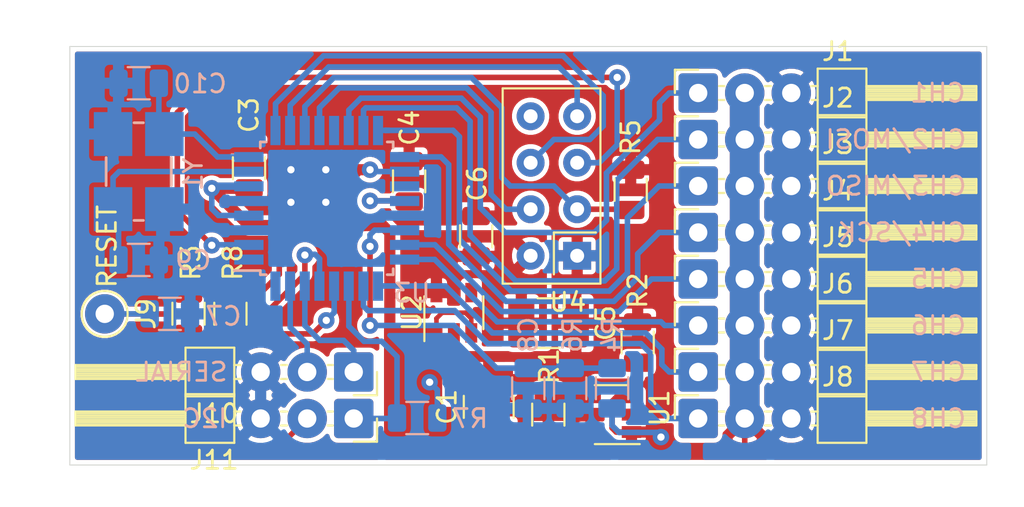
<source format=kicad_pcb>
(kicad_pcb (version 20171130) (host pcbnew "(5.1.12)-1")
  (layers (0 F.Cu signal hide) (31 B.Cu signal) (34 B.Paste user hide) (35 F.Paste user hide) (36 B.SilkS user hide) (37 F.SilkS user hide) (38 B.Mask user hide) (39 F.Mask user hide) (44 Edge.Cuts user hide))
  (net 0 "")
  (net 1 +3V3)
  (net 2 +BATT)
  (net 3 GND)
  (net 4 /Tx)
  (net 5 /Rx)
  (net 6 /RESET)
  (net 7 /SCL)
  (net 8 /SDA)
  (net 9 "Net-(C4-Pad1)")
  (net 10 /NRF_CSN)
  (net 11 /MISO)
  (net 12 /MOSI)
  (net 13 /xtl2)
  (net 14 /xtl1)
  (net 15 /SCK)
  (net 16 /CH1)
  (net 17 /CE)
  (net 18 +5V)
  (net 19 /CH5)
  (net 20 "Net-(R1-Pad2)")
  (net 21 "Net-(U2-Pad4)")
  (net 22 "Net-(U3-Pad32)")
  (net 23 "Net-(U3-Pad19)")
  (net 24 "Net-(U3-Pad13)")
  (net 25 "Net-(U3-Pad1)")
  (net 26 "Net-(U4-Pad8)")
  (net 27 /MOSI_CH2)
  (net 28 /MISO_CH3)
  (net 29 /SCK_CH4)
  (net 30 /CH6)
  (net 31 /CH7)
  (net 32 /CH8)
  (net 33 /VBAT)
  (module Package_QFP:TQFP-32_7x7mm_P0.8mm (layer B.Cu) (at 182.9308 95.1992)
    (fp_text reference U3 (at 4.6482 4.6228) (layer B.SilkS) (effects (justify mirror)))
    (fp_text value ATmega328-AU)
    (pad 32 smd rect (at -2.8 4.25 270) (size 1.6 0.55) (layers B.Cu B.Paste B.Mask) (net 22 "Net-(U3-Pad32)"))
    (pad 31 smd rect (at -2 4.25 270) (size 1.6 0.55) (layers B.Cu B.Paste B.Mask) (net 4 /Tx))
    (pad 30 smd rect (at -1.2 4.25 270) (size 1.6 0.55) (layers B.Cu B.Paste B.Mask) (net 5 /Rx))
    (pad 29 smd rect (at -0.4 4.25 270) (size 1.6 0.55) (layers B.Cu B.Paste B.Mask) (net 6 /RESET))
    (pad 28 smd rect (at 0.4 4.25 270) (size 1.6 0.55) (layers B.Cu B.Paste B.Mask) (net 7 /SCL))
    (pad 27 smd rect (at 1.2 4.25 270) (size 1.6 0.55) (layers B.Cu B.Paste B.Mask) (net 8 /SDA))
    (pad 26 smd rect (at 2 4.25 270) (size 1.6 0.55) (layers B.Cu B.Paste B.Mask) (net 32 /CH8))
    (pad 25 smd rect (at 2.8 4.25 270) (size 1.6 0.55) (layers B.Cu B.Paste B.Mask) (net 31 /CH7))
    (pad 24 smd rect (at 4.25 2.8) (size 1.6 0.55) (layers B.Cu B.Paste B.Mask) (net 30 /CH6))
    (pad 23 smd rect (at 4.25 2) (size 1.6 0.55) (layers B.Cu B.Paste B.Mask) (net 19 /CH5))
    (pad 22 smd rect (at 4.25 1.2) (size 1.6 0.55) (layers B.Cu B.Paste B.Mask) (net 33 /VBAT))
    (pad 21 smd rect (at 4.25 0.4) (size 1.6 0.55) (layers B.Cu B.Paste B.Mask) (net 3 GND))
    (pad 20 smd rect (at 4.25 -0.4) (size 1.6 0.55) (layers B.Cu B.Paste B.Mask) (net 9 "Net-(C4-Pad1)"))
    (pad 19 smd rect (at 4.25 -1.2) (size 1.6 0.55) (layers B.Cu B.Paste B.Mask) (net 23 "Net-(U3-Pad19)"))
    (pad 18 smd rect (at 4.25 -2) (size 1.6 0.55) (layers B.Cu B.Paste B.Mask) (net 18 +5V))
    (pad 17 smd rect (at 4.25 -2.8) (size 1.6 0.55) (layers B.Cu B.Paste B.Mask) (net 29 /SCK_CH4))
    (pad 16 smd rect (at 2.8 -4.25 270) (size 1.6 0.55) (layers B.Cu B.Paste B.Mask) (net 28 /MISO_CH3))
    (pad 15 smd rect (at 2 -4.25 270) (size 1.6 0.55) (layers B.Cu B.Paste B.Mask) (net 27 /MOSI_CH2))
    (pad 14 smd rect (at 1.2 -4.25 270) (size 1.6 0.55) (layers B.Cu B.Paste B.Mask) (net 16 /CH1))
    (pad 13 smd rect (at 0.4 -4.25 270) (size 1.6 0.55) (layers B.Cu B.Paste B.Mask) (net 24 "Net-(U3-Pad13)"))
    (pad 12 smd rect (at -0.4 -4.25 270) (size 1.6 0.55) (layers B.Cu B.Paste B.Mask) (net 10 /NRF_CSN))
    (pad 11 smd rect (at -1.2 -4.25 270) (size 1.6 0.55) (layers B.Cu B.Paste B.Mask) (net 17 /CE))
    (pad 10 smd rect (at -2 -4.25 270) (size 1.6 0.55) (layers B.Cu B.Paste B.Mask) (net 11 /MISO))
    (pad 9 smd rect (at -2.8 -4.25 270) (size 1.6 0.55) (layers B.Cu B.Paste B.Mask) (net 12 /MOSI))
    (pad 8 smd rect (at -4.25 -2.8) (size 1.6 0.55) (layers B.Cu B.Paste B.Mask) (net 13 /xtl2))
    (pad 7 smd rect (at -4.25 -2) (size 1.6 0.55) (layers B.Cu B.Paste B.Mask) (net 14 /xtl1))
    (pad 6 smd rect (at -4.25 -1.2) (size 1.6 0.55) (layers B.Cu B.Paste B.Mask) (net 18 +5V))
    (pad 5 smd rect (at -4.25 -0.4) (size 1.6 0.55) (layers B.Cu B.Paste B.Mask) (net 3 GND))
    (pad 4 smd rect (at -4.25 0.4) (size 1.6 0.55) (layers B.Cu B.Paste B.Mask) (net 18 +5V))
    (pad 3 smd rect (at -4.25 1.2) (size 1.6 0.55) (layers B.Cu B.Paste B.Mask) (net 3 GND))
    (pad 2 smd rect (at -4.25 2) (size 1.6 0.55) (layers B.Cu B.Paste B.Mask) (net 15 /SCK))
    (pad 1 smd rect (at -4.25 2.8) (size 1.6 0.55) (layers B.Cu B.Paste B.Mask) (net 25 "Net-(U3-Pad1)"))
  )
  (module obbo_footprints:R_0805K (layer B.Cu) (at 187.8662 106.6546 180)
    (fp_text reference R7 (at -2.8878 -0.0254 180) (layer B.SilkS) (effects (justify mirror)))
    (fp_text value 3k3)
    (pad 2 smd roundrect (at 1.1 0 180) (size 1 1.5) (layers B.Cu B.Paste B.Mask) (roundrect_rratio 0.2) (net 8 /SDA))
    (pad 1 smd roundrect (at -1.1 0 180) (size 1 1.5) (layers B.Cu B.Paste B.Mask) (roundrect_rratio 0.2) (net 18 +5V))
  )
  (module obbo_footprints:R_0805K (layer B.Cu) (at 196.215 105.029 270)
    (fp_text reference R6 (at -2.921 -0.127 270) (layer B.SilkS) (effects (justify mirror)))
    (fp_text value 10k)
    (pad 2 smd roundrect (at 1.1 0 270) (size 1 1.5) (layers B.Cu B.Paste B.Mask) (roundrect_rratio 0.2) (net 3 GND))
    (pad 1 smd roundrect (at -1.1 0 270) (size 1 1.5) (layers B.Cu B.Paste B.Mask) (roundrect_rratio 0.2) (net 33 /VBAT))
  )
  (module obbo_footprints:R_0805K (layer B.Cu) (at 198.501 105.029 90)
    (fp_text reference R4 (at 2.921 0 270) (layer B.SilkS) (effects (justify mirror)))
    (fp_text value 47k*)
    (pad 2 smd roundrect (at 1.1 0 90) (size 1 1.5) (layers B.Cu B.Paste B.Mask) (roundrect_rratio 0.2) (net 33 /VBAT))
    (pad 1 smd roundrect (at -1.1 0 90) (size 1 1.5) (layers B.Cu B.Paste B.Mask) (roundrect_rratio 0.2) (net 2 +BATT))
  )
  (module obbo_footprints:R_0805K (layer F.Cu) (at 175.387 100.9572 270)
    (fp_text reference R3 (at -2.7862 -0.127 90) (layer F.SilkS))
    (fp_text value 10k)
    (pad 2 smd roundrect (at 1.1 0 270) (size 1 1.5) (layers F.Cu F.Paste F.Mask) (roundrect_rratio 0.2) (net 6 /RESET))
    (pad 1 smd roundrect (at -1.1 0 270) (size 1 1.5) (layers F.Cu F.Paste F.Mask) (roundrect_rratio 0.2) (net 18 +5V))
  )
  (module obbo_footprints:R_0805K (layer F.Cu) (at 177.673 100.9572 270)
    (fp_text reference R8 (at -2.7862 -0.127 90) (layer F.SilkS))
    (fp_text value 3k3)
    (pad 2 smd roundrect (at 1.1 0 270) (size 1 1.5) (layers F.Cu F.Paste F.Mask) (roundrect_rratio 0.2) (net 7 /SCL))
    (pad 1 smd roundrect (at -1.1 0 270) (size 1 1.5) (layers F.Cu F.Paste F.Mask) (roundrect_rratio 0.2) (net 18 +5V))
  )
  (module obbo_footprints:R_0805K (layer F.Cu) (at 195.0212 106.469 90)
    (fp_text reference R1 (at 2.6465 0.0508 270) (layer F.SilkS))
    (fp_text value 68k*)
    (pad 2 smd roundrect (at 1.1 0 90) (size 1 1.5) (layers F.Cu F.Paste F.Mask) (roundrect_rratio 0.2) (net 20 "Net-(R1-Pad2)"))
    (pad 1 smd roundrect (at -1.1 0 90) (size 1 1.5) (layers F.Cu F.Paste F.Mask) (roundrect_rratio 0.2) (net 18 +5V))
  )
  (module obbo_footprints:R_0805K (layer F.Cu) (at 199.898 102.532 90)
    (fp_text reference R2 (at 2.837 0 90) (layer F.SilkS))
    (fp_text value 22k)
    (pad 2 smd roundrect (at 1.1 0 90) (size 1 1.5) (layers F.Cu F.Paste F.Mask) (roundrect_rratio 0.2) (net 3 GND))
    (pad 1 smd roundrect (at -1.1 0 90) (size 1 1.5) (layers F.Cu F.Paste F.Mask) (roundrect_rratio 0.2) (net 20 "Net-(R1-Pad2)"))
  )
  (module obbo_footprints:R_0805K (layer F.Cu) (at 199.517 94.191 90)
    (fp_text reference R5 (at 2.878 0 90) (layer F.SilkS))
    (fp_text value 10k)
    (pad 2 smd roundrect (at 1.1 0 90) (size 1 1.5) (layers F.Cu F.Paste F.Mask) (roundrect_rratio 0.2) (net 3 GND))
    (pad 1 smd roundrect (at -1.1 0 90) (size 1 1.5) (layers F.Cu F.Paste F.Mask) (roundrect_rratio 0.2) (net 17 /CE))
  )
  (module obbo_footprints:nRF24L01-GT24_Breakout_PinHeader_2x04 (layer F.Cu) (at 196.596 97.79 180)
    (fp_text reference U4 (at 0.508 -2.54) (layer F.SilkS))
    (fp_text value NRF24L01_Breakout)
    (pad 1 thru_hole rect (at 0 0 180) (size 1.524 1.524) (drill 0.762) (layers *.Cu *.Mask) (net 3 GND))
    (pad 2 thru_hole circle (at 2.54 0 180) (size 1.524 1.524) (drill 0.762) (layers *.Cu *.Mask) (net 1 +3V3))
    (pad 3 thru_hole circle (at 0 2.54 180) (size 1.524 1.524) (drill 0.762) (layers *.Cu *.Mask) (net 17 /CE))
    (pad 4 thru_hole circle (at 2.54 2.54 180) (size 1.524 1.524) (drill 0.762) (layers *.Cu *.Mask) (net 10 /NRF_CSN))
    (pad 5 thru_hole circle (at 0 5.08 180) (size 1.524 1.524) (drill 0.762) (layers *.Cu *.Mask) (net 15 /SCK))
    (pad 6 thru_hole circle (at 2.54 5.08 180) (size 1.524 1.524) (drill 0.762) (layers *.Cu *.Mask) (net 12 /MOSI))
    (pad 7 thru_hole circle (at 0 7.62 180) (size 1.524 1.524) (drill 0.762) (layers *.Cu *.Mask) (net 11 /MISO))
    (pad 8 thru_hole circle (at 2.54 7.62 180) (size 1.524 1.524) (drill 0.762) (layers *.Cu *.Mask) (net 26 "Net-(U4-Pad8)"))
  )
  (module obbo_footprints:PinHeader_3x01_P2.54mm_Horizontal (layer F.Cu) (at 184.404 106.68 180)
    (fp_text reference J11 (at 7.62 -2.27) (layer F.SilkS))
    (fp_text value Conn_01x03)
    (pad 3 thru_hole circle (at 5.08 0 180) (size 2.15 2.15) (drill 1) (layers *.Cu *.Mask) (net 3 GND))
    (pad 1 thru_hole roundrect (at 0 0 180) (size 2.15 2.15) (drill 1) (layers *.Cu *.Mask) (roundrect_rratio 0.1) (net 8 /SDA))
    (pad 2 thru_hole circle (at 2.54 0 180) (size 2.15 2.15) (drill 1) (layers *.Cu *.Mask) (net 7 /SCL))
  )
  (module obbo_footprints:PinHeader_3x01_P2.54mm_Horizontal (layer F.Cu) (at 184.404 104.14 180)
    (fp_text reference J10 (at 7.62 -2.27) (layer F.SilkS))
    (fp_text value Conn_01x03)
    (pad 3 thru_hole circle (at 5.08 0 180) (size 2.15 2.15) (drill 1) (layers *.Cu *.Mask) (net 3 GND))
    (pad 1 thru_hole roundrect (at 0 0 180) (size 2.15 2.15) (drill 1) (layers *.Cu *.Mask) (roundrect_rratio 0.1) (net 5 /Rx))
    (pad 2 thru_hole circle (at 2.54 0 180) (size 2.15 2.15) (drill 1) (layers *.Cu *.Mask) (net 4 /Tx))
  )
  (module obbo_footprints:PinHeader_3x01_P2.54mm_Horizontal (layer F.Cu) (at 203.2 106.68)
    (fp_text reference J8 (at 7.62 -2.27) (layer F.SilkS))
    (fp_text value Conn_01x03)
    (pad 3 thru_hole circle (at 5.08 0) (size 2.15 2.15) (drill 1) (layers *.Cu *.Mask) (net 3 GND))
    (pad 1 thru_hole roundrect (at 0 0) (size 2.15 2.15) (drill 1) (layers *.Cu *.Mask) (roundrect_rratio 0.1) (net 32 /CH8))
    (pad 2 thru_hole circle (at 2.54 0) (size 2.15 2.15) (drill 1) (layers *.Cu *.Mask) (net 2 +BATT))
  )
  (module obbo_footprints:PinHeader_3x01_P2.54mm_Horizontal (layer F.Cu) (at 203.2 104.14)
    (fp_text reference J7 (at 7.62 -2.27) (layer F.SilkS))
    (fp_text value Conn_01x03)
    (pad 3 thru_hole circle (at 5.08 0) (size 2.15 2.15) (drill 1) (layers *.Cu *.Mask) (net 3 GND))
    (pad 1 thru_hole roundrect (at 0 0) (size 2.15 2.15) (drill 1) (layers *.Cu *.Mask) (roundrect_rratio 0.1) (net 31 /CH7))
    (pad 2 thru_hole circle (at 2.54 0) (size 2.15 2.15) (drill 1) (layers *.Cu *.Mask) (net 2 +BATT))
  )
  (module obbo_footprints:PinHeader_3x01_P2.54mm_Horizontal (layer F.Cu) (at 203.2 101.6)
    (fp_text reference J6 (at 7.62 -2.27) (layer F.SilkS))
    (fp_text value Conn_01x03)
    (pad 3 thru_hole circle (at 5.08 0) (size 2.15 2.15) (drill 1) (layers *.Cu *.Mask) (net 3 GND))
    (pad 1 thru_hole roundrect (at 0 0) (size 2.15 2.15) (drill 1) (layers *.Cu *.Mask) (roundrect_rratio 0.1) (net 30 /CH6))
    (pad 2 thru_hole circle (at 2.54 0) (size 2.15 2.15) (drill 1) (layers *.Cu *.Mask) (net 2 +BATT))
  )
  (module obbo_footprints:PinHeader_3x01_P2.54mm_Horizontal (layer F.Cu) (at 203.2 99.06)
    (fp_text reference J5 (at 7.62 -2.27) (layer F.SilkS))
    (fp_text value Conn_01x03)
    (pad 3 thru_hole circle (at 5.08 0) (size 2.15 2.15) (drill 1) (layers *.Cu *.Mask) (net 3 GND))
    (pad 1 thru_hole roundrect (at 0 0) (size 2.15 2.15) (drill 1) (layers *.Cu *.Mask) (roundrect_rratio 0.1) (net 19 /CH5))
    (pad 2 thru_hole circle (at 2.54 0) (size 2.15 2.15) (drill 1) (layers *.Cu *.Mask) (net 2 +BATT))
  )
  (module obbo_footprints:PinHeader_3x01_P2.54mm_Horizontal (layer F.Cu) (at 203.2 96.52)
    (fp_text reference J4 (at 7.62 -2.27) (layer F.SilkS))
    (fp_text value Conn_01x03)
    (pad 3 thru_hole circle (at 5.08 0) (size 2.15 2.15) (drill 1) (layers *.Cu *.Mask) (net 3 GND))
    (pad 1 thru_hole roundrect (at 0 0) (size 2.15 2.15) (drill 1) (layers *.Cu *.Mask) (roundrect_rratio 0.1) (net 29 /SCK_CH4))
    (pad 2 thru_hole circle (at 2.54 0) (size 2.15 2.15) (drill 1) (layers *.Cu *.Mask) (net 2 +BATT))
  )
  (module obbo_footprints:PinHeader_3x01_P2.54mm_Horizontal (layer F.Cu) (at 203.2 93.98)
    (fp_text reference J3 (at 7.62 -2.27) (layer F.SilkS))
    (fp_text value Conn_01x03)
    (pad 3 thru_hole circle (at 5.08 0) (size 2.15 2.15) (drill 1) (layers *.Cu *.Mask) (net 3 GND))
    (pad 1 thru_hole roundrect (at 0 0) (size 2.15 2.15) (drill 1) (layers *.Cu *.Mask) (roundrect_rratio 0.1) (net 28 /MISO_CH3))
    (pad 2 thru_hole circle (at 2.54 0) (size 2.15 2.15) (drill 1) (layers *.Cu *.Mask) (net 2 +BATT))
  )
  (module obbo_footprints:PinHeader_3x01_P2.54mm_Horizontal (layer F.Cu) (at 203.2 91.44)
    (fp_text reference J2 (at 7.62 -2.27) (layer F.SilkS))
    (fp_text value Conn_01x03)
    (pad 3 thru_hole circle (at 5.08 0) (size 2.15 2.15) (drill 1) (layers *.Cu *.Mask) (net 3 GND))
    (pad 1 thru_hole roundrect (at 0 0) (size 2.15 2.15) (drill 1) (layers *.Cu *.Mask) (roundrect_rratio 0.1) (net 27 /MOSI_CH2))
    (pad 2 thru_hole circle (at 2.54 0) (size 2.15 2.15) (drill 1) (layers *.Cu *.Mask) (net 2 +BATT))
  )
  (module obbo_footprints:PinHeader_3x01_P2.54mm_Horizontal (layer F.Cu) (at 203.2 88.9)
    (fp_text reference J1 (at 7.62 -2.27) (layer F.SilkS))
    (fp_text value Conn_01x03)
    (pad 3 thru_hole circle (at 5.08 0) (size 2.15 2.15) (drill 1) (layers *.Cu *.Mask) (net 3 GND))
    (pad 1 thru_hole roundrect (at 0 0) (size 2.15 2.15) (drill 1) (layers *.Cu *.Mask) (roundrect_rratio 0.1) (net 16 /CH1))
    (pad 2 thru_hole circle (at 2.54 0) (size 2.15 2.15) (drill 1) (layers *.Cu *.Mask) (net 2 +BATT))
  )
  (module obbo_footprints:Pin_D1.0mm_L10.0mm_LooseFit (layer F.Cu) (at 170.815 100.965 90)
    (fp_text reference J9 (at 0 2.25 90) (layer F.SilkS))
    (fp_text value Conn_01x01)
    (pad 1 thru_hole circle (at 0 0 90) (size 2.15 2.15) (drill 1) (layers *.Cu *.Mask) (net 6 /RESET))
  )
  (module Package_TO_SOT_SMD:SOT-23-5 (layer F.Cu) (at 189.8675 100.904 90)
    (fp_text reference U2 (at 0.0025 -2.2885 90) (layer F.SilkS))
    (fp_text value TPS73633DBV)
    (pad 5 smd rect (at 1.1 -0.95 90) (size 1.06 0.65) (layers F.Cu F.Paste F.Mask) (net 1 +3V3))
    (pad 4 smd rect (at 1.1 0.95 90) (size 1.06 0.65) (layers F.Cu F.Paste F.Mask) (net 21 "Net-(U2-Pad4)"))
    (pad 3 smd rect (at -1.1 0.95 90) (size 1.06 0.65) (layers F.Cu F.Paste F.Mask) (net 18 +5V))
    (pad 2 smd rect (at -1.1 0 90) (size 1.06 0.65) (layers F.Cu F.Paste F.Mask) (net 3 GND))
    (pad 1 smd rect (at -1.1 -0.95 90) (size 1.06 0.65) (layers F.Cu F.Paste F.Mask) (net 18 +5V))
  )
  (module Capacitor_SMD:C_1210_3225Metric_Pad1.42x2.65mm_HandSolder (layer F.Cu) (at 195.0355 101.473)
    (fp_text reference C5 (at 3.1115 0 90) (layer F.SilkS))
    (fp_text value 10u)
    (pad 2 smd roundrect (at 1.4875 0) (size 1.425 2.65) (layers F.Cu F.Paste F.Mask) (roundrect_rratio 0.175439) (net 3 GND))
    (pad 1 smd roundrect (at -1.4875 0) (size 1.425 2.65) (layers F.Cu F.Paste F.Mask) (roundrect_rratio 0.175439) (net 1 +3V3))
  )
  (module Package_TO_SOT_SMD:SOT-23-5 (layer F.Cu) (at 198.4604 106.469 180)
    (fp_text reference U1 (at -2.6441 0.3605 90) (layer F.SilkS))
    (fp_text value TPS73601DBV)
    (pad 5 smd rect (at 1.1 -0.95 180) (size 1.06 0.65) (layers F.Cu F.Paste F.Mask) (net 18 +5V))
    (pad 4 smd rect (at 1.1 0.95 180) (size 1.06 0.65) (layers F.Cu F.Paste F.Mask) (net 20 "Net-(R1-Pad2)"))
    (pad 3 smd rect (at -1.1 0.95 180) (size 1.06 0.65) (layers F.Cu F.Paste F.Mask) (net 2 +BATT))
    (pad 2 smd rect (at -1.1 0 180) (size 1.06 0.65) (layers F.Cu F.Paste F.Mask) (net 3 GND))
    (pad 1 smd rect (at -1.1 -0.95 180) (size 1.06 0.65) (layers F.Cu F.Paste F.Mask) (net 2 +BATT))
  )
  (module Capacitor_SMD:C_1210_3225Metric_Pad1.42x2.65mm_HandSolder (layer F.Cu) (at 191.77 106.045 90)
    (fp_text reference C1 (at 0 -2.28 90) (layer F.SilkS))
    (fp_text value 10u)
    (pad 2 smd roundrect (at 1.4875 0 90) (size 1.425 2.65) (layers F.Cu F.Paste F.Mask) (roundrect_rratio 0.175439) (net 3 GND))
    (pad 1 smd roundrect (at -1.4875 0 90) (size 1.425 2.65) (layers F.Cu F.Paste F.Mask) (roundrect_rratio 0.175439) (net 18 +5V))
  )
  (module obbo_footprints:C_0805K (layer B.Cu) (at 174.371 100.965)
    (fp_text reference C7 (at 2.921 0.127) (layer B.SilkS) (effects (justify mirror)))
    (fp_text value 100n)
    (pad 2 smd roundrect (at 1.1 0) (size 1 1.5) (layers B.Cu B.Paste B.Mask) (roundrect_rratio 0.2) (net 3 GND))
    (pad 1 smd roundrect (at -1.1 0) (size 1 1.5) (layers B.Cu B.Paste B.Mask) (roundrect_rratio 0.2) (net 6 /RESET))
  )
  (module obbo_footprints:C_0805K (layer B.Cu) (at 193.929 105.029 270)
    (fp_text reference C8 (at -2.921 0 90) (layer B.SilkS) (effects (justify mirror)))
    (fp_text value 100n)
    (pad 2 smd roundrect (at 1.1 0 270) (size 1 1.5) (layers B.Cu B.Paste B.Mask) (roundrect_rratio 0.2) (net 3 GND))
    (pad 1 smd roundrect (at -1.1 0 270) (size 1 1.5) (layers B.Cu B.Paste B.Mask) (roundrect_rratio 0.2) (net 33 /VBAT))
  )
  (module obbo_footprints:Crystal_SMD_5032-4Pin_5.0x3.2mm_HandSoldering (layer B.Cu) (at 172.6692 93.1926 90)
    (fp_text reference Y1 (at -0.1524 2.9718 90) (layer B.SilkS) (effects (justify mirror)))
    (fp_text value 16MHz)
    (pad 1 smd rect (at -2.05 -1.4 90) (size 2.4 2.1) (layers B.Cu B.Paste B.Mask) (net 14 /xtl1))
    (pad 2 smd rect (at 2.05 -1.4 90) (size 2.4 2.1) (layers B.Cu B.Paste B.Mask) (net 3 GND))
    (pad 3 smd rect (at 2.05 1.4 90) (size 2.4 2.1) (layers B.Cu B.Paste B.Mask) (net 13 /xtl2))
    (pad 4 smd rect (at -2.05 1.4 90) (size 2.4 2.1) (layers B.Cu B.Paste B.Mask) (net 3 GND))
  )
  (module obbo_footprints:C_0805K (layer B.Cu) (at 172.6692 88.3666)
    (fp_text reference C10 (at 3.3528 0.0254) (layer B.SilkS) (effects (justify mirror)))
    (fp_text value 18p)
    (pad 2 smd roundrect (at 1.1 0) (size 1 1.5) (layers B.Cu B.Paste B.Mask) (roundrect_rratio 0.2) (net 13 /xtl2))
    (pad 1 smd roundrect (at -1.1 0) (size 1 1.5) (layers B.Cu B.Paste B.Mask) (roundrect_rratio 0.2) (net 3 GND))
  )
  (module obbo_footprints:C_0805K (layer B.Cu) (at 172.6692 98.0186)
    (fp_text reference C9 (at 2.9718 0.0254) (layer B.SilkS) (effects (justify mirror)))
    (fp_text value 18p)
    (pad 2 smd roundrect (at 1.1 0) (size 1 1.5) (layers B.Cu B.Paste B.Mask) (roundrect_rratio 0.2) (net 3 GND))
    (pad 1 smd roundrect (at -1.1 0) (size 1 1.5) (layers B.Cu B.Paste B.Mask) (roundrect_rratio 0.2) (net 14 /xtl1))
  )
  (module obbo_footprints:C_0805K (layer F.Cu) (at 191.0842 96.7232 90)
    (fp_text reference C6 (at 2.8702 0.0508 90) (layer F.SilkS))
    (fp_text value 100n)
    (pad 2 smd roundrect (at 1.1 0 90) (size 1 1.5) (layers F.Cu F.Paste F.Mask) (roundrect_rratio 0.2) (net 3 GND))
    (pad 1 smd roundrect (at -1.1 0 90) (size 1 1.5) (layers F.Cu F.Paste F.Mask) (roundrect_rratio 0.2) (net 1 +3V3))
  )
  (module obbo_footprints:C_0805K (layer F.Cu) (at 187.4266 93.726 90)
    (fp_text reference C4 (at 2.921 0.0254 270) (layer F.SilkS))
    (fp_text value 100n)
    (pad 2 smd roundrect (at 1.1 0 90) (size 1 1.5) (layers F.Cu F.Paste F.Mask) (roundrect_rratio 0.2) (net 3 GND))
    (pad 1 smd roundrect (at -1.1 0 90) (size 1 1.5) (layers F.Cu F.Paste F.Mask) (roundrect_rratio 0.2) (net 9 "Net-(C4-Pad1)"))
  )
  (module obbo_footprints:C_0805K (layer F.Cu) (at 178.689 93.007 90)
    (fp_text reference C3 (at 2.9005 0 270) (layer F.SilkS))
    (fp_text value 100n)
    (pad 2 smd roundrect (at 1.1 0 90) (size 1 1.5) (layers F.Cu F.Paste F.Mask) (roundrect_rratio 0.2) (net 3 GND))
    (pad 1 smd roundrect (at -1.1 0 90) (size 1 1.5) (layers F.Cu F.Paste F.Mask) (roundrect_rratio 0.2) (net 18 +5V))
  )
  (gr_text RESET (at 170.942 97.282 90) (layer F.SilkS) (effects (font (size 1 1))))
  (gr_text CH8 (at 216.3064 106.68) (layer B.SilkS) (effects (font (size 1 1)) (justify mirror)))
  (gr_text CH7 (at 216.3064 104.14) (layer B.SilkS) (effects (font (size 1 1)) (justify mirror)))
  (gr_text CH6 (at 216.3064 101.6) (layer B.SilkS) (effects (font (size 1 1)) (justify mirror)))
  (gr_text CH5 (at 216.3064 99.06) (layer B.SilkS) (effects (font (size 1 1)) (justify mirror)))
  (gr_text CH4/SCK (at 214.3252 96.52) (layer B.SilkS) (effects (font (size 1 1)) (justify mirror)))
  (gr_text CH3/MISO (at 213.995 93.98) (layer B.SilkS) (effects (font (size 1 1)) (justify mirror)))
  (gr_text CH1 (at 216.281 88.9) (layer B.SilkS) (effects (font (size 1 1)) (justify mirror)))
  (gr_text CH2/MOSI (at 213.995 91.44) (layer B.SilkS) (effects (font (size 1 1)) (justify mirror)))
  (gr_text I2C (at 176.276 106.68) (layer B.SilkS) (effects (font (size 1 1)) (justify mirror)))
  (gr_text SERIAL (at 175.006 104.14) (layer B.SilkS) (effects (font (size 1 1)) (justify mirror)))
  (gr_line (start 168.91 109.22) (end 168.91 86.36) (layer Edge.Cuts) (width 0.05))
  (gr_line (start 218.948 109.22) (end 168.91 109.22) (layer Edge.Cuts) (width 0.05))
  (gr_line (start 218.948 86.36) (end 218.948 109.22) (layer Edge.Cuts) (width 0.05))
  (gr_line (start 168.91 86.36) (end 218.948 86.36) (layer Edge.Cuts) (width 0.05))
  (segment (start 193.972 97.874) (end 194.056 97.79) (width 0.6096) (layer F.Cu) (net 1))
  (segment (start 205.232 106.426) (end 205.486 106.172) (width 0.3048) (layer F.Cu) (net 2))
  (segment (start 205.486 106.172) (end 205.74 105.918) (width 0.3048) (layer F.Cu) (net 2))
  (segment (start 205.74 88.9) (end 205.74 91.44) (width 1.6256) (layer B.Cu) (net 2))
  (segment (start 205.74 91.44) (end 205.74 93.98) (width 1.6256) (layer B.Cu) (net 2))
  (segment (start 205.74 93.98) (end 205.74 96.52) (width 1.6256) (layer B.Cu) (net 2))
  (segment (start 205.74 96.52) (end 205.74 99.06) (width 1.6256) (layer B.Cu) (net 2))
  (segment (start 205.74 99.06) (end 205.74 101.6) (width 1.6256) (layer B.Cu) (net 2))
  (segment (start 205.74 101.6) (end 205.74 104.14) (width 1.6256) (layer B.Cu) (net 2))
  (segment (start 205.74 88.9) (end 205.74 91.44) (width 1.6256) (layer F.Cu) (net 2))
  (segment (start 205.74 91.44) (end 205.74 93.98) (width 1.6256) (layer F.Cu) (net 2))
  (segment (start 205.74 93.98) (end 205.74 96.52) (width 1.6256) (layer F.Cu) (net 2))
  (segment (start 205.74 96.52) (end 205.74 99.06) (width 1.6256) (layer F.Cu) (net 2))
  (segment (start 205.74 99.06) (end 205.74 101.6) (width 1.6256) (layer F.Cu) (net 2))
  (segment (start 205.74 101.6) (end 205.74 104.14) (width 1.6256) (layer F.Cu) (net 2))
  (segment (start 205.74 106.553) (end 205.867 106.68) (width 1.6256) (layer B.Cu) (net 2))
  (segment (start 205.74 104.14) (end 205.74 106.553) (width 1.6256) (layer B.Cu) (net 2))
  (segment (start 205.74 104.14) (end 205.74 106.68) (width 1.6256) (layer F.Cu) (net 2))
  (segment (start 205.74 106.68) (end 205.74 108.204) (width 0.3048) (layer F.Cu) (net 2))
  (segment (start 205.74 108.204) (end 205.3082 108.6358) (width 0.3048) (layer F.Cu) (net 2))
  (segment (start 199.5604 108.3744) (end 199.5604 107.419) (width 0.3048) (layer F.Cu) (net 2))
  (segment (start 199.8218 108.6358) (end 199.5604 108.3744) (width 0.3048) (layer F.Cu) (net 2))
  (segment (start 201.0664 108.4326) (end 201.0664 108.6358) (width 0.3048) (layer F.Cu) (net 2))
  (segment (start 205.3082 108.6358) (end 201.0664 108.6358) (width 0.3048) (layer F.Cu) (net 2))
  (segment (start 201.0664 108.6358) (end 199.8218 108.6358) (width 0.3048) (layer F.Cu) (net 2))
  (segment (start 198.7256 105.519) (end 199.5604 105.519) (width 0.3048) (layer F.Cu) (net 2))
  (segment (start 198.501 105.7436) (end 198.7256 105.519) (width 0.3048) (layer F.Cu) (net 2))
  (segment (start 198.501 107.1944) (end 198.501 105.7436) (width 0.3048) (layer F.Cu) (net 2))
  (segment (start 198.7256 107.419) (end 198.501 107.1944) (width 0.3048) (layer F.Cu) (net 2))
  (segment (start 199.5604 107.419) (end 198.7256 107.419) (width 0.3048) (layer F.Cu) (net 2))
  (segment (start 198.501 107.061) (end 198.501 106.129) (width 0.3048) (layer B.Cu) (net 2))
  (segment (start 198.882 107.442) (end 198.501 107.061) (width 0.3048) (layer B.Cu) (net 2))
  (segment (start 200.914 107.442) (end 198.882 107.442) (width 0.3048) (layer B.Cu) (net 2))
  (segment (start 201.168 107.696) (end 200.914 107.442) (width 0.3048) (layer B.Cu) (net 2))
  (via (at 201.168 107.696) (size 0.9) (drill 0.4) (layers F.Cu B.Cu) (net 2))
  (segment (start 179.324 104.14) (end 179.324 106.68) (width 0.6096) (layer B.Cu) (net 3))
  (segment (start 171.5692 90.8426) (end 171.2692 91.1426) (width 0.3048) (layer B.Cu) (net 3))
  (segment (start 171.5692 88.3666) (end 171.5692 90.8426) (width 0.3048) (layer B.Cu) (net 3))
  (segment (start 173.7692 95.5426) (end 174.0692 95.2426) (width 0.3048) (layer B.Cu) (net 3))
  (segment (start 173.7692 98.0186) (end 173.7692 95.5426) (width 0.3048) (layer B.Cu) (net 3))
  (segment (start 187.187 95.591) (end 186.5014 95.591) (width 0.3048) (layer B.Cu) (net 3))
  (segment (start 208.28 88.9) (end 208.28 91.44) (width 1.6256) (layer B.Cu) (net 3))
  (segment (start 208.28 91.44) (end 208.28 93.98) (width 1.6256) (layer B.Cu) (net 3))
  (segment (start 208.28 93.98) (end 208.28 96.52) (width 1.6256) (layer B.Cu) (net 3))
  (segment (start 208.28 96.52) (end 208.28 99.06) (width 1.6256) (layer B.Cu) (net 3))
  (segment (start 208.28 99.06) (end 208.28 101.6) (width 1.6256) (layer B.Cu) (net 3))
  (segment (start 208.28 101.6) (end 208.28 104.14) (width 1.6256) (layer B.Cu) (net 3))
  (segment (start 208.28 88.9) (end 208.28 91.44) (width 1.6256) (layer F.Cu) (net 3))
  (segment (start 208.28 91.44) (end 208.28 93.98) (width 1.6256) (layer F.Cu) (net 3))
  (segment (start 208.28 93.98) (end 208.28 96.52) (width 1.6256) (layer F.Cu) (net 3))
  (segment (start 208.28 96.52) (end 208.28 99.06) (width 1.6256) (layer F.Cu) (net 3))
  (segment (start 208.28 99.06) (end 208.28 101.6) (width 1.6256) (layer F.Cu) (net 3))
  (segment (start 208.28 101.6) (end 208.28 104.14) (width 1.6256) (layer F.Cu) (net 3))
  (segment (start 207.688 107.272) (end 208.28 106.68) (width 0.3048) (layer B.Cu) (net 3))
  (segment (start 208.0514 106.9086) (end 208.28 106.68) (width 0.3048) (layer B.Cu) (net 3))
  (segment (start 208.28 106.553) (end 208.407 106.68) (width 1.6256) (layer B.Cu) (net 3))
  (segment (start 208.28 104.14) (end 208.28 106.553) (width 1.6256) (layer B.Cu) (net 3))
  (segment (start 208.28 104.14) (end 208.28 106.68) (width 1.6256) (layer F.Cu) (net 3))
  (via (at 180.975 93.091) (size 0.9) (drill 0.4) (layers F.Cu B.Cu) (net 3))
  (via (at 182.88 93.091) (size 0.9) (drill 0.4) (layers F.Cu B.Cu) (net 3))
  (via (at 182.88 94.869) (size 0.9) (drill 0.4) (layers F.Cu B.Cu) (net 3))
  (via (at 180.975 94.869) (size 0.9) (drill 0.4) (layers F.Cu B.Cu) (net 3))
  (segment (start 189.8675 102.423) (end 189.865 102.4255) (width 0.6096) (layer F.Cu) (net 3))
  (segment (start 189.8675 102.004) (end 189.8675 102.423) (width 0.6096) (layer F.Cu) (net 3))
  (segment (start 189.865 102.4255) (end 189.865 103.251) (width 0.6096) (layer F.Cu) (net 3))
  (segment (start 189.865 103.251) (end 189.865 104.3305) (width 0.6096) (layer F.Cu) (net 3))
  (segment (start 181.572 103.848) (end 181.864 104.14) (width 0.3048) (layer B.Cu) (net 4))
  (segment (start 180.937 100.5458) (end 180.937 99.441) (width 0.3048) (layer B.Cu) (net 4))
  (segment (start 180.937 101.692721) (end 180.937 100.5458) (width 0.3048) (layer B.Cu) (net 4))
  (segment (start 181.864 104.14) (end 181.864 102.619721) (width 0.3048) (layer B.Cu) (net 4))
  (segment (start 181.864 102.619721) (end 180.937 101.692721) (width 0.3048) (layer B.Cu) (net 4))
  (segment (start 181.737 101.6) (end 181.737 99.441) (width 0.3048) (layer B.Cu) (net 5))
  (segment (start 182.3212 102.1842) (end 181.737 101.6) (width 0.3048) (layer B.Cu) (net 5))
  (segment (start 184.404 102.965) (end 183.8518 102.4128) (width 0.3048) (layer B.Cu) (net 5))
  (segment (start 184.404 104.14) (end 184.404 102.965) (width 0.3048) (layer B.Cu) (net 5))
  (segment (start 182.5498 102.4128) (end 182.3212 102.1842) (width 0.3048) (layer B.Cu) (net 5))
  (segment (start 183.8518 102.4128) (end 182.5498 102.4128) (width 0.3048) (layer B.Cu) (net 5))
  (segment (start 170.8228 100.9728) (end 170.815 100.965) (width 0.3048) (layer F.Cu) (net 6))
  (segment (start 173.5074 100.9728) (end 170.8228 100.9728) (width 0.3048) (layer F.Cu) (net 6))
  (via (at 181.737 97.752) (size 0.9) (drill 0.4) (layers F.Cu B.Cu) (net 6))
  (segment (start 182.537 99.441) (end 182.537 97.955) (width 0.3048) (layer B.Cu) (net 6))
  (segment (start 182.537 97.955) (end 182.2958 97.7138) (width 0.3048) (layer B.Cu) (net 6))
  (segment (start 181.7752 97.7138) (end 181.737 97.752) (width 0.3048) (layer B.Cu) (net 6))
  (segment (start 182.2958 97.7138) (end 181.7752 97.7138) (width 0.3048) (layer B.Cu) (net 6))
  (segment (start 173.5074 100.9728) (end 174.3378 100.9728) (width 0.3048) (layer F.Cu) (net 6))
  (segment (start 175.387 101.4572) (end 175.387 102.0572) (width 0.3048) (layer F.Cu) (net 6))
  (segment (start 175.387 100.9806) (end 175.387 101.4572) (width 0.3048) (layer F.Cu) (net 6))
  (segment (start 175.3948 100.9728) (end 175.387 100.9806) (width 0.3048) (layer F.Cu) (net 6))
  (segment (start 174.3378 100.9728) (end 175.3948 100.9728) (width 0.3048) (layer F.Cu) (net 6))
  (segment (start 181.737 98.806) (end 181.737 97.752) (width 0.3048) (layer F.Cu) (net 6))
  (segment (start 175.3948 100.9728) (end 179.5702 100.9728) (width 0.3048) (layer F.Cu) (net 6))
  (segment (start 179.5702 100.9728) (end 181.737 98.806) (width 0.3048) (layer F.Cu) (net 6))
  (segment (start 173.312 100.965) (end 173.355 101.008) (width 0.3048) (layer B.Cu) (net 6))
  (segment (start 170.815 100.965) (end 173.312 100.965) (width 0.3048) (layer B.Cu) (net 6))
  (segment (start 183.337 99.441) (end 183.337 100.889) (width 0.3048) (layer B.Cu) (net 7))
  (segment (start 183.337 100.889) (end 182.9054 101.3206) (width 0.3048) (layer B.Cu) (net 7))
  (segment (start 182.9054 101.3206) (end 182.9054 101.3206) (width 0.3048) (layer B.Cu) (net 7))
  (segment (start 182.9054 101.3206) (end 182.9054 101.3206) (width 0.3048) (layer B.Cu) (net 7))
  (segment (start 182.9054 101.3206) (end 182.9054 101.3206) (width 0.3048) (layer B.Cu) (net 7))
  (via (at 182.9054 101.3206) (size 0.9) (drill 0.4) (layers F.Cu B.Cu) (net 7))
  (segment (start 182.1688 102.0572) (end 182.9054 101.3206) (width 0.3048) (layer F.Cu) (net 7))
  (segment (start 177.8 102.0572) (end 182.1688 102.0572) (width 0.3048) (layer F.Cu) (net 7))
  (segment (start 180.789001 107.754999) (end 181.864 106.68) (width 0.3048) (layer F.Cu) (net 7))
  (segment (start 180.2892 108.2548) (end 180.789001 107.754999) (width 0.3048) (layer F.Cu) (net 7))
  (segment (start 178.1048 108.2548) (end 180.2892 108.2548) (width 0.3048) (layer F.Cu) (net 7))
  (segment (start 177.673 102.0572) (end 177.673 107.823) (width 0.3048) (layer F.Cu) (net 7))
  (segment (start 177.673 107.823) (end 178.1048 108.2548) (width 0.3048) (layer F.Cu) (net 7))
  (segment (start 186.7408 106.68) (end 186.7662 106.6546) (width 0.3048) (layer B.Cu) (net 8))
  (segment (start 184.404 106.68) (end 186.7408 106.68) (width 0.3048) (layer B.Cu) (net 8))
  (segment (start 184.137 101.6378) (end 184.137 99.441) (width 0.3048) (layer B.Cu) (net 8))
  (segment (start 184.9628 102.4636) (end 184.137 101.6378) (width 0.3048) (layer B.Cu) (net 8))
  (segment (start 185.928 102.4636) (end 184.9628 102.4636) (width 0.3048) (layer B.Cu) (net 8))
  (segment (start 186.7662 106.6546) (end 186.7662 103.3018) (width 0.3048) (layer B.Cu) (net 8))
  (segment (start 186.7662 103.3018) (end 185.928 102.4636) (width 0.3048) (layer B.Cu) (net 8))
  (segment (start 187.187 94.791) (end 185.2948 94.791) (width 0.3048) (layer B.Cu) (net 9))
  (segment (start 185.2948 94.791) (end 185.2948 94.791) (width 0.3048) (layer B.Cu) (net 9))
  (via (at 185.2948 94.791) (size 0.9) (drill 0.4) (layers F.Cu B.Cu) (net 9))
  (segment (start 187.3916 94.791) (end 187.4266 94.826) (width 0.3048) (layer F.Cu) (net 9))
  (segment (start 185.2948 94.791) (end 187.3916 94.791) (width 0.3048) (layer F.Cu) (net 9))
  (segment (start 192.7098 95.25) (end 194.056 95.25) (width 0.3048) (layer B.Cu) (net 10))
  (segment (start 182.537 89.7002) (end 183.6166 88.6206) (width 0.3048) (layer B.Cu) (net 10))
  (segment (start 182.537 90.941) (end 182.537 89.7002) (width 0.3048) (layer B.Cu) (net 10))
  (segment (start 191.897 94.4372) (end 192.7098 95.25) (width 0.3048) (layer B.Cu) (net 10))
  (segment (start 190.5508 88.6206) (end 191.897 89.9668) (width 0.3048) (layer B.Cu) (net 10))
  (segment (start 190.373 88.6206) (end 190.5508 88.6206) (width 0.3048) (layer B.Cu) (net 10))
  (segment (start 191.897 89.9668) (end 191.897 94.4372) (width 0.3048) (layer B.Cu) (net 10))
  (segment (start 183.6166 88.6206) (end 190.373 88.6206) (width 0.3048) (layer B.Cu) (net 10))
  (segment (start 180.937 90.941) (end 180.937 89.573) (width 0.3048) (layer B.Cu) (net 11))
  (segment (start 180.937 89.573) (end 183.0324 87.4776) (width 0.3048) (layer B.Cu) (net 11))
  (segment (start 183.0324 87.4776) (end 195.6054 87.4776) (width 0.3048) (layer B.Cu) (net 11))
  (segment (start 195.6054 87.4776) (end 196.596 88.4682) (width 0.3048) (layer B.Cu) (net 11))
  (segment (start 196.596 88.4682) (end 196.596 90.17) (width 0.3048) (layer B.Cu) (net 11))
  (segment (start 195.326 91.44) (end 197.2818 91.44) (width 0.3048) (layer B.Cu) (net 12))
  (segment (start 182.753 86.868) (end 180.137 89.484) (width 0.3048) (layer B.Cu) (net 12))
  (segment (start 197.2818 91.44) (end 197.798401 90.923399) (width 0.3048) (layer B.Cu) (net 12))
  (segment (start 180.137 89.484) (end 180.137 90.941) (width 0.3048) (layer B.Cu) (net 12))
  (segment (start 197.798401 88.832401) (end 195.834 86.868) (width 0.3048) (layer B.Cu) (net 12))
  (segment (start 194.056 92.71) (end 195.326 91.44) (width 0.3048) (layer B.Cu) (net 12))
  (segment (start 195.834 86.868) (end 182.753 86.868) (width 0.3048) (layer B.Cu) (net 12))
  (segment (start 198.0184 89.0524) (end 197.798401 88.832401) (width 0.3048) (layer B.Cu) (net 12))
  (segment (start 197.798401 90.923399) (end 198.0184 90.7034) (width 0.3048) (layer B.Cu) (net 12))
  (segment (start 198.0184 90.7034) (end 198.0184 89.0524) (width 0.3048) (layer B.Cu) (net 12))
  (segment (start 174.0692 88.6666) (end 173.7692 88.3666) (width 0.25) (layer B.Cu) (net 13))
  (segment (start 173.7692 90.8426) (end 174.0692 91.1426) (width 0.3048) (layer B.Cu) (net 13))
  (segment (start 173.7692 88.3666) (end 173.7692 90.8426) (width 0.3048) (layer B.Cu) (net 13))
  (segment (start 175.4706 91.1426) (end 175.009 91.1426) (width 0.3048) (layer B.Cu) (net 13))
  (segment (start 175.7246 91.1426) (end 175.4706 91.1426) (width 0.3048) (layer B.Cu) (net 13))
  (segment (start 176.973 92.391) (end 175.7246 91.1426) (width 0.3048) (layer B.Cu) (net 13))
  (segment (start 178.687 92.391) (end 176.973 92.391) (width 0.3048) (layer B.Cu) (net 13))
  (segment (start 171.5692 95.5426) (end 171.2692 95.2426) (width 0.3048) (layer B.Cu) (net 14))
  (segment (start 171.5692 98.0186) (end 171.5692 95.5426) (width 0.3048) (layer B.Cu) (net 14))
  (segment (start 171.2692 93.5258) (end 171.2692 95.2426) (width 0.3048) (layer B.Cu) (net 14))
  (segment (start 178.687 93.191) (end 171.604 93.191) (width 0.3048) (layer B.Cu) (net 14))
  (segment (start 171.604 93.191) (end 171.2692 93.5258) (width 0.3048) (layer B.Cu) (net 14))
  (via (at 176.657 97.2185) (size 0.9) (drill 0.4) (layers F.Cu B.Cu) (net 15))
  (segment (start 196.596 92.71) (end 197.358 92.71) (width 0.3048) (layer B.Cu) (net 15))
  (segment (start 198.7804 91.2876) (end 198.7804 88.0491) (width 0.3048) (layer B.Cu) (net 15))
  (segment (start 198.7804 91.727681) (end 198.7804 91.2876) (width 0.3048) (layer B.Cu) (net 15))
  (segment (start 196.596 92.71) (end 197.798081 92.71) (width 0.3048) (layer B.Cu) (net 15))
  (segment (start 197.798081 92.71) (end 198.7804 91.727681) (width 0.3048) (layer B.Cu) (net 15))
  (via (at 198.7804 88.0491) (size 0.9) (drill 0.4) (layers F.Cu B.Cu) (net 15))
  (segment (start 176.6845 97.191) (end 176.657 97.2185) (width 0.3048) (layer B.Cu) (net 15))
  (segment (start 178.687 97.191) (end 176.6845 97.191) (width 0.3048) (layer B.Cu) (net 15))
  (segment (start 174.7774 95.3389) (end 176.657 97.2185) (width 0.3048) (layer F.Cu) (net 15))
  (segment (start 174.7774 89.9668) (end 176.6951 88.0491) (width 0.3048) (layer F.Cu) (net 15))
  (segment (start 174.7774 90.0176) (end 174.7774 89.9668) (width 0.3048) (layer F.Cu) (net 15))
  (segment (start 198.7804 88.0491) (end 176.6951 88.0491) (width 0.3048) (layer F.Cu) (net 15))
  (segment (start 174.7774 90.0176) (end 174.7774 95.3389) (width 0.3048) (layer F.Cu) (net 15))
  (segment (start 201.6252 88.9) (end 203.2 88.9) (width 0.3048) (layer B.Cu) (net 16))
  (segment (start 198.1962 93.2688) (end 201.0918 90.3732) (width 0.3048) (layer B.Cu) (net 16))
  (segment (start 198.1962 95.8596) (end 198.1962 93.2688) (width 0.3048) (layer B.Cu) (net 16))
  (segment (start 197.5358 96.52) (end 198.1962 95.8596) (width 0.3048) (layer B.Cu) (net 16))
  (segment (start 192.659 96.52) (end 197.5358 96.52) (width 0.3048) (layer B.Cu) (net 16))
  (segment (start 201.0918 89.4334) (end 201.6252 88.9) (width 0.3048) (layer B.Cu) (net 16))
  (segment (start 184.137 89.8362) (end 184.7938 89.1794) (width 0.3048) (layer B.Cu) (net 16))
  (segment (start 201.0918 90.3732) (end 201.0918 89.4334) (width 0.3048) (layer B.Cu) (net 16))
  (segment (start 184.137 90.941) (end 184.137 89.8362) (width 0.3048) (layer B.Cu) (net 16))
  (segment (start 184.7938 89.1794) (end 190.2714 89.1794) (width 0.3048) (layer B.Cu) (net 16))
  (segment (start 190.2714 89.1794) (end 191.3128 90.2208) (width 0.3048) (layer B.Cu) (net 16))
  (segment (start 191.3128 90.2208) (end 191.3128 95.1738) (width 0.3048) (layer B.Cu) (net 16))
  (segment (start 191.3128 95.1738) (end 192.659 96.52) (width 0.3048) (layer B.Cu) (net 16))
  (segment (start 196.7152 95.3692) (end 196.596 95.25) (width 0.3048) (layer F.Cu) (net 17))
  (segment (start 196.68 95.334) (end 196.596 95.25) (width 0.3048) (layer F.Cu) (net 17))
  (segment (start 195.326 93.98) (end 196.596 95.25) (width 0.3048) (layer B.Cu) (net 17))
  (segment (start 192.943818 93.98) (end 195.326 93.98) (width 0.3048) (layer B.Cu) (net 17))
  (segment (start 181.737 89.6366) (end 183.3118 88.0618) (width 0.3048) (layer B.Cu) (net 17))
  (segment (start 181.737 90.941) (end 181.737 89.6366) (width 0.3048) (layer B.Cu) (net 17))
  (segment (start 192.483909 93.520091) (end 192.943818 93.98) (width 0.3048) (layer B.Cu) (net 17))
  (segment (start 190.835618 88.0618) (end 192.483909 89.710091) (width 0.3048) (layer B.Cu) (net 17))
  (segment (start 190.6524 88.0618) (end 190.835618 88.0618) (width 0.3048) (layer B.Cu) (net 17))
  (segment (start 192.483909 89.710091) (end 192.483909 93.520091) (width 0.3048) (layer B.Cu) (net 17))
  (segment (start 183.3118 88.0618) (end 190.6524 88.0618) (width 0.3048) (layer B.Cu) (net 17))
  (segment (start 199.3216 95.25) (end 199.39 95.3184) (width 0.3048) (layer F.Cu) (net 17))
  (segment (start 196.596 95.25) (end 199.3216 95.25) (width 0.3048) (layer F.Cu) (net 17))
  (segment (start 185.4946 93.191) (end 185.4946 93.191) (width 0.3048) (layer B.Cu) (net 18))
  (via (at 176.657 94.107) (size 0.9) (drill 0.4) (layers F.Cu B.Cu) (net 18))
  (segment (start 176.773 93.991) (end 176.657 94.107) (width 0.4064) (layer B.Cu) (net 18))
  (segment (start 178.687 93.991) (end 176.773 93.991) (width 0.4064) (layer B.Cu) (net 18))
  (segment (start 185.393 93.191) (end 185.293 93.091) (width 0.4064) (layer B.Cu) (net 18))
  (segment (start 178.687 95.591) (end 177.0234 95.591) (width 0.3048) (layer B.Cu) (net 18))
  (segment (start 177.0234 95.591) (end 176.657 95.2246) (width 0.3048) (layer B.Cu) (net 18))
  (segment (start 187.187 93.191) (end 185.393 93.191) (width 0.3048) (layer B.Cu) (net 18))
  (segment (start 195.247401 107.419) (end 195.2244 107.442001) (width 0.3048) (layer F.Cu) (net 18))
  (segment (start 197.3604 107.419) (end 195.247401 107.419) (width 0.3048) (layer F.Cu) (net 18))
  (via (at 188.5442 104.6988) (size 0.9) (drill 0.4) (layers F.Cu B.Cu) (net 18))
  (segment (start 188.9662 105.1208) (end 188.5442 104.6988) (width 0.3048) (layer B.Cu) (net 18))
  (segment (start 188.9662 106.6546) (end 188.9662 105.1208) (width 0.3048) (layer B.Cu) (net 18))
  (segment (start 176.657 95.1992) (end 176.657 94.107) (width 0.3048) (layer B.Cu) (net 18))
  (segment (start 176.657 95.2246) (end 176.657 95.1992) (width 0.3048) (layer B.Cu) (net 18))
  (via (at 185.293 93.091) (size 0.9) (drill 0.4) (layers F.Cu B.Cu) (net 18))
  (segment (start 188.094201 104.248801) (end 188.5442 104.6988) (width 0.6096) (layer F.Cu) (net 18))
  (segment (start 186.819301 102.973901) (end 188.094201 104.248801) (width 0.6096) (layer F.Cu) (net 18))
  (segment (start 185.293 93.091) (end 184.656604 93.091) (width 0.6096) (layer F.Cu) (net 18))
  (segment (start 184.656604 93.091) (end 184.277 93.470604) (width 0.6096) (layer F.Cu) (net 18))
  (segment (start 186.819301 102.554801) (end 186.819301 102.973901) (width 0.6096) (layer F.Cu) (net 18))
  (segment (start 175.387 99.8572) (end 177.8 99.8572) (width 0.3048) (layer F.Cu) (net 18))
  (segment (start 176.657 94.107) (end 178.689 94.107) (width 0.6096) (layer F.Cu) (net 18))
  (segment (start 190.8175 101.224) (end 190.495 100.9015) (width 0.25) (layer F.Cu) (net 18))
  (segment (start 190.8175 102.004) (end 190.8175 101.224) (width 0.25) (layer F.Cu) (net 18))
  (segment (start 190.495 100.9015) (end 189.23 100.9015) (width 0.25) (layer F.Cu) (net 18))
  (segment (start 189.23 100.9015) (end 188.9125 101.219) (width 0.25) (layer F.Cu) (net 18))
  (segment (start 188.9175 101.224) (end 188.9175 102.004) (width 0.25) (layer F.Cu) (net 18))
  (segment (start 188.9125 101.219) (end 188.9175 101.224) (width 0.25) (layer F.Cu) (net 18))
  (segment (start 176.657 94.107) (end 178.689 96.139) (width 0.6096) (layer F.Cu) (net 18))
  (segment (start 184.9755 96.139) (end 185.9915 96.139) (width 0.6096) (layer F.Cu) (net 18))
  (segment (start 185.9915 96.139) (end 186.3725 96.52) (width 0.6096) (layer F.Cu) (net 18))
  (segment (start 186.3725 96.52) (end 186.3725 101.727) (width 0.6096) (layer F.Cu) (net 18))
  (segment (start 186.3725 101.727) (end 186.3725 102.108) (width 0.6096) (layer F.Cu) (net 18))
  (segment (start 184.277 96.012) (end 184.15 96.139) (width 0.6096) (layer F.Cu) (net 18))
  (segment (start 184.277 93.470604) (end 184.277 96.012) (width 0.6096) (layer F.Cu) (net 18))
  (segment (start 184.15 96.139) (end 184.9755 96.139) (width 0.6096) (layer F.Cu) (net 18))
  (segment (start 180.34 96.2025) (end 180.4035 96.139) (width 0.3048) (layer F.Cu) (net 18))
  (segment (start 180.34 98.806) (end 180.34 96.2025) (width 0.3048) (layer F.Cu) (net 18))
  (segment (start 179.2888 99.8572) (end 180.34 98.806) (width 0.3048) (layer F.Cu) (net 18))
  (segment (start 177.673 99.8572) (end 179.2888 99.8572) (width 0.3048) (layer F.Cu) (net 18))
  (segment (start 178.689 96.139) (end 180.4035 96.139) (width 0.6096) (layer F.Cu) (net 18))
  (segment (start 180.4035 96.139) (end 184.15 96.139) (width 0.6096) (layer F.Cu) (net 18))
  (segment (start 200.66 99.06) (end 203.2 99.06) (width 0.3048) (layer B.Cu) (net 19))
  (segment (start 198.882 100.838) (end 200.66 99.06) (width 0.3048) (layer B.Cu) (net 19))
  (segment (start 192.4812 100.838) (end 198.882 100.838) (width 0.3048) (layer B.Cu) (net 19))
  (segment (start 187.187 97.191) (end 188.8342 97.191) (width 0.3048) (layer B.Cu) (net 19))
  (segment (start 188.8342 97.191) (end 192.4812 100.838) (width 0.3048) (layer B.Cu) (net 19))
  (segment (start 195.1712 105.519) (end 195.0212 105.369) (width 0.3048) (layer F.Cu) (net 20))
  (segment (start 197.3604 105.519) (end 195.1712 105.519) (width 0.3048) (layer F.Cu) (net 20))
  (segment (start 199.898 104.394) (end 199.898 103.632) (width 0.3048) (layer F.Cu) (net 20))
  (segment (start 199.644 104.648) (end 199.898 104.394) (width 0.3048) (layer F.Cu) (net 20))
  (segment (start 197.6016 104.648) (end 199.644 104.648) (width 0.3048) (layer F.Cu) (net 20))
  (segment (start 197.3604 105.519) (end 197.3604 104.8892) (width 0.3048) (layer F.Cu) (net 20))
  (segment (start 197.3604 104.8892) (end 197.6016 104.648) (width 0.3048) (layer F.Cu) (net 20))
  (segment (start 198.755 98.5012) (end 198.755 93.6498) (width 0.3048) (layer B.Cu) (net 27))
  (segment (start 200.9902 91.44) (end 203.2 91.44) (width 0.3048) (layer B.Cu) (net 27))
  (segment (start 198.0946 99.1616) (end 198.755 98.5012) (width 0.3048) (layer B.Cu) (net 27))
  (segment (start 193.2432 99.1616) (end 198.0946 99.1616) (width 0.3048) (layer B.Cu) (net 27))
  (segment (start 184.937 89.8362) (end 185.0604 89.7128) (width 0.3048) (layer B.Cu) (net 27))
  (segment (start 184.937 90.941) (end 184.937 89.8362) (width 0.3048) (layer B.Cu) (net 27))
  (segment (start 198.7804 93.6498) (end 200.9902 91.44) (width 0.3048) (layer B.Cu) (net 27))
  (segment (start 185.0604 89.7128) (end 190.0174 89.7128) (width 0.3048) (layer B.Cu) (net 27))
  (segment (start 190.0174 89.7128) (end 190.754 90.4494) (width 0.3048) (layer B.Cu) (net 27))
  (segment (start 190.754 90.4494) (end 190.754 96.6724) (width 0.3048) (layer B.Cu) (net 27))
  (segment (start 198.755 93.6498) (end 198.7804 93.6498) (width 0.3048) (layer B.Cu) (net 27))
  (segment (start 190.754 96.6724) (end 193.2432 99.1616) (width 0.3048) (layer B.Cu) (net 27))
  (segment (start 186.1402 90.941) (end 186.3168 90.941) (width 0.3048) (layer B.Cu) (net 28))
  (segment (start 185.737 90.941) (end 186.1402 90.941) (width 0.3048) (layer B.Cu) (net 28))
  (segment (start 189.8232 90.941) (end 190.1698 91.2876) (width 0.3048) (layer B.Cu) (net 28))
  (segment (start 186.1402 90.941) (end 189.8232 90.941) (width 0.3048) (layer B.Cu) (net 28))
  (segment (start 190.1698 91.2876) (end 190.1698 96.901) (width 0.3048) (layer B.Cu) (net 28))
  (segment (start 190.1698 96.901) (end 192.9892 99.7204) (width 0.3048) (layer B.Cu) (net 28))
  (segment (start 192.9892 99.7204) (end 198.3486 99.7204) (width 0.3048) (layer B.Cu) (net 28))
  (segment (start 198.3486 99.7204) (end 199.3392 98.7298) (width 0.3048) (layer B.Cu) (net 28))
  (segment (start 201.0664 93.98) (end 199.3392 95.7072) (width 0.3048) (layer B.Cu) (net 28))
  (segment (start 201.0918 93.98) (end 201.0664 93.98) (width 0.3048) (layer B.Cu) (net 28))
  (segment (start 199.3392 98.7298) (end 199.3392 95.7072) (width 0.3048) (layer B.Cu) (net 28))
  (segment (start 201.0918 93.98) (end 203.2 93.98) (width 0.3048) (layer B.Cu) (net 28))
  (segment (start 187.187 92.391) (end 189.165 92.391) (width 0.3048) (layer B.Cu) (net 29))
  (segment (start 189.165 92.391) (end 189.5856 92.8116) (width 0.3048) (layer B.Cu) (net 29))
  (segment (start 189.5856 92.8116) (end 189.5856 97.155) (width 0.3048) (layer B.Cu) (net 29))
  (segment (start 189.5856 97.155) (end 192.7098 100.2792) (width 0.3048) (layer B.Cu) (net 29))
  (segment (start 192.7098 100.2792) (end 198.6026 100.2792) (width 0.3048) (layer B.Cu) (net 29))
  (segment (start 198.6026 100.2792) (end 199.898 98.9838) (width 0.3048) (layer B.Cu) (net 29))
  (segment (start 201.0664 96.52) (end 199.898 97.6884) (width 0.3048) (layer B.Cu) (net 29))
  (segment (start 201.1426 96.52) (end 201.0664 96.52) (width 0.3048) (layer B.Cu) (net 29))
  (segment (start 199.898 98.9838) (end 199.898 97.6884) (width 0.3048) (layer B.Cu) (net 29))
  (segment (start 201.1426 96.52) (end 203.2 96.52) (width 0.3048) (layer B.Cu) (net 29))
  (segment (start 187.187 97.991) (end 188.8214 97.991) (width 0.3048) (layer B.Cu) (net 30))
  (segment (start 188.8214 97.991) (end 192.2272 101.3968) (width 0.3048) (layer B.Cu) (net 30))
  (segment (start 192.2272 101.3968) (end 201.168 101.3968) (width 0.3048) (layer B.Cu) (net 30))
  (segment (start 201.3712 101.6) (end 203.2 101.6) (width 0.3048) (layer B.Cu) (net 30))
  (segment (start 201.168 101.3968) (end 201.3712 101.6) (width 0.3048) (layer B.Cu) (net 30))
  (segment (start 185.737 99.441) (end 189.4078 99.441) (width 0.3048) (layer B.Cu) (net 31))
  (segment (start 189.4078 99.441) (end 191.9732 102.0064) (width 0.3048) (layer B.Cu) (net 31))
  (segment (start 191.9732 102.0064) (end 200.3298 102.0064) (width 0.3048) (layer B.Cu) (net 31))
  (segment (start 200.3298 102.0064) (end 201.2188 102.8954) (width 0.3048) (layer B.Cu) (net 31))
  (segment (start 201.2188 102.8954) (end 201.2188 103.7336) (width 0.3048) (layer B.Cu) (net 31))
  (segment (start 201.6252 104.14) (end 203.2 104.14) (width 0.3048) (layer B.Cu) (net 31))
  (segment (start 201.2188 103.7336) (end 201.6252 104.14) (width 0.3048) (layer B.Cu) (net 31))
  (segment (start 184.937 100.5458) (end 185.1784 100.7872) (width 0.3048) (layer B.Cu) (net 32))
  (segment (start 184.937 99.441) (end 184.937 100.5458) (width 0.3048) (layer B.Cu) (net 32))
  (segment (start 185.1784 100.7872) (end 189.9158 100.7872) (width 0.3048) (layer B.Cu) (net 32))
  (segment (start 189.9158 100.7872) (end 191.7192 102.5906) (width 0.3048) (layer B.Cu) (net 32))
  (segment (start 191.7192 102.5906) (end 200.0758 102.5906) (width 0.3048) (layer B.Cu) (net 32))
  (segment (start 200.0758 102.5906) (end 200.6092 103.124) (width 0.3048) (layer B.Cu) (net 32))
  (segment (start 200.6092 103.124) (end 200.6092 105.6894) (width 0.3048) (layer B.Cu) (net 32))
  (segment (start 201.5998 106.68) (end 203.327 106.68) (width 0.3048) (layer B.Cu) (net 32))
  (segment (start 200.6092 105.6894) (end 201.5998 106.68) (width 0.3048) (layer B.Cu) (net 32))
  (segment (start 185.7522 96.391) (end 187.187 96.391) (width 0.3048) (layer B.Cu) (net 33))
  (segment (start 198.501 103.929) (end 196.215 103.929) (width 0.3048) (layer B.Cu) (net 33))
  (segment (start 196.215 103.929) (end 193.929 103.929) (width 0.3048) (layer B.Cu) (net 33))
  (segment (start 193.929 103.929) (end 192.194 103.929) (width 0.3048) (layer B.Cu) (net 33))
  (segment (start 185.293 101.6) (end 185.293 101.6) (width 0.3048) (layer B.Cu) (net 33))
  (via (at 185.293 101.6) (size 0.9) (drill 0.4) (layers F.Cu B.Cu) (net 33))
  (segment (start 185.293 101.6) (end 185.293 97.536) (width 0.3048) (layer F.Cu) (net 33))
  (segment (start 189.865 101.6) (end 189.992 101.727) (width 0.3048) (layer B.Cu) (net 33))
  (segment (start 185.293 101.6) (end 189.865 101.6) (width 0.3048) (layer B.Cu) (net 33))
  (segment (start 192.194 103.929) (end 189.992 101.727) (width 0.3048) (layer B.Cu) (net 33))
  (segment (start 185.293 97.536) (end 185.293 97.282) (width 0.3048) (layer F.Cu) (net 33))
  (segment (start 185.293 97.282) (end 185.293 97.282) (width 0.3048) (layer F.Cu) (net 33))
  (via (at 185.293 97.282) (size 0.9) (drill 0.4) (layers F.Cu B.Cu) (net 33))
  (segment (start 185.547604 96.391) (end 185.7522 96.391) (width 0.3048) (layer B.Cu) (net 33))
  (segment (start 185.293 97.282) (end 185.293 96.645604) (width 0.3048) (layer B.Cu) (net 33))
  (segment (start 185.293 96.645604) (end 185.547604 96.391) (width 0.3048) (layer B.Cu) (net 33))
  (zone (net 3) (net_name GND) (layer F.Cu) (connect_pads (clearance 0.254)) (min_thickness 0.254) (fill yes (arc_segments 32) (thermal_gap 0.254) (thermal_bridge_width 0.6096))
    (polygon (pts (xy 166.37 84.582) (xy 219.71 84.582) (xy 219.71 110.49) (xy 166.37 110.49)))
  )
  (zone (net 3) (net_name GND) (layer B.Cu) (connect_pads (clearance 0.254)) (min_thickness 0.254) (fill yes (arc_segments 32) (thermal_gap 0.254) (thermal_bridge_width 0.6096))
    (polygon (pts (xy 165.1 83.82) (xy 165.1 111.506) (xy 220.98 111.506) (xy 220.98 83.82)))
  )
  (zone (net 18) (net_name +5V) (layer F.Cu) (priority 3) (connect_pads (clearance 0.254)) (min_thickness 0.254) (fill yes (arc_segments 32) (thermal_gap 0.254) (thermal_bridge_width 0.6096))
    (polygon (pts (xy 198.501 109.22) (xy 198.501 106.045) (xy 194.056 106.045) (xy 189.23 106.045) (xy 189.23 101.473) (xy 186.055 101.473) (xy 186.055 109.22)))
  )
  (zone (net 2) (net_name +BATT) (layer F.Cu) (priority 1) (connect_pads (clearance 0.254)) (min_thickness 0.254) (fill yes (arc_segments 32) (thermal_gap 0.254) (thermal_bridge_width 0.6096))
    (polygon (pts (xy 207.01 109.22) (xy 207.01 106.68) (xy 205.74 105.41) (xy 204.47 106.68) (xy 201.93 106.68) (xy 201.93 106.934) (xy 198.501 106.934) (xy 198.501 109.22)))
  )
  (zone (net 1) (net_name +3V3) (layer F.Cu) (priority 2) (connect_pads (clearance 0.254)) (min_thickness 0.254) (fill yes (arc_segments 32) (thermal_gap 0.254) (thermal_bridge_width 0.6096))
    (polygon (pts (xy 186.944 96.393) (xy 186.944 102.743) (xy 194.945 102.743) (xy 194.945 96.393)))
  )
  (zone (net 0) (net_name "") (layer B.Cu) (connect_pads (clearance 0.254)) (min_thickness 0.254)
    (keepout (tracks not_allowed) (vias not_allowed) (copperpour not_allowed))
    (fill (arc_segments 32) (thermal_gap 0.508) (thermal_bridge_width 0.508))
    (polygon (pts (xy 202.819 109.347) (xy 202.819 107.8865) (xy 203.454 107.8865) (xy 203.454 109.347)))
  )
)
</source>
